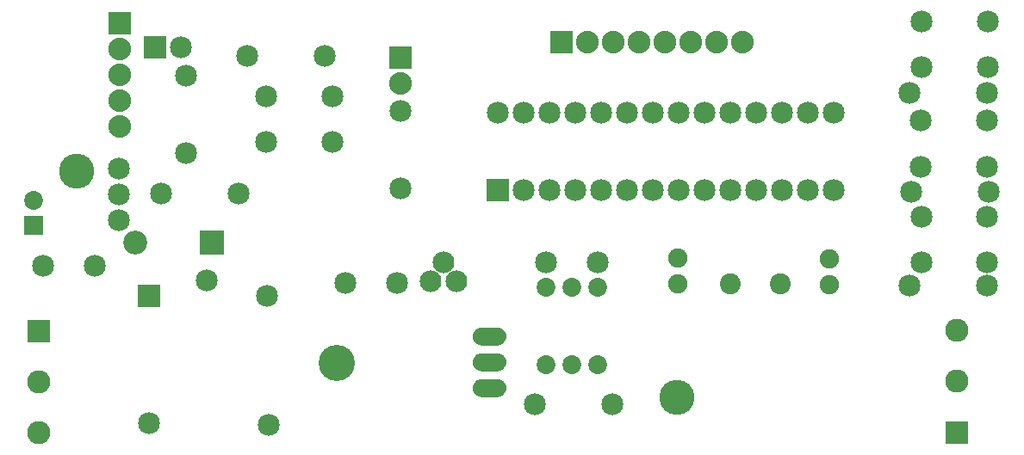
<source format=gbs>
G04 MADE WITH FRITZING*
G04 WWW.FRITZING.ORG*
G04 DOUBLE SIDED*
G04 HOLES PLATED*
G04 CONTOUR ON CENTER OF CONTOUR VECTOR*
%ASAXBY*%
%FSLAX23Y23*%
%MOIN*%
%OFA0B0*%
%SFA1.0B1.0*%
%ADD10C,0.085000*%
%ADD11C,0.135984*%
%ADD12C,0.092000*%
%ADD13C,0.088000*%
%ADD14C,0.072992*%
%ADD15C,0.084000*%
%ADD16C,0.073000*%
%ADD17C,0.080925*%
%ADD18C,0.080866*%
%ADD19C,0.075000*%
%ADD20C,0.070000*%
%ADD21C,0.140000*%
%ADD22C,0.090000*%
%ADD23R,0.085000X0.085000*%
%ADD24R,0.092000X0.092000*%
%ADD25R,0.088000X0.088000*%
%ADD26R,0.072992X0.072992*%
%ADD27R,0.090000X0.090000*%
%ADD28R,0.001000X0.001000*%
%LNMASK0*%
G90*
G70*
G54D10*
X613Y645D03*
X613Y151D03*
X1074Y145D03*
X835Y706D03*
X1069Y645D03*
X634Y1607D03*
X734Y1607D03*
G54D11*
X332Y1128D03*
X2656Y252D03*
G54D12*
X855Y852D03*
X557Y852D03*
G54D10*
X756Y1199D03*
X756Y1499D03*
G54D13*
X1584Y1569D03*
X1584Y1469D03*
G54D10*
X1586Y1061D03*
X1586Y1361D03*
X1322Y1241D03*
X1066Y1241D03*
X1322Y1418D03*
X1066Y1418D03*
G54D13*
X500Y1702D03*
X500Y1602D03*
X500Y1502D03*
X500Y1402D03*
X500Y1302D03*
G54D10*
X993Y1573D03*
X1293Y1573D03*
X3556Y1430D03*
X3856Y1430D03*
X3562Y1049D03*
X3862Y1049D03*
X3556Y683D03*
X3856Y683D03*
X496Y939D03*
X496Y1039D03*
X496Y1139D03*
X659Y1041D03*
X959Y1041D03*
X1373Y695D03*
X1573Y695D03*
X2147Y776D03*
X2347Y776D03*
X203Y760D03*
X403Y760D03*
G54D14*
X166Y917D03*
X166Y1016D03*
G54D15*
X1802Y700D03*
X1752Y775D03*
X1702Y700D03*
G54D13*
X2209Y1627D03*
X2309Y1627D03*
X2409Y1627D03*
X2509Y1627D03*
X2609Y1627D03*
X2709Y1627D03*
X2809Y1627D03*
X2909Y1627D03*
X2209Y1627D03*
X2309Y1627D03*
X2409Y1627D03*
X2509Y1627D03*
X2609Y1627D03*
X2709Y1627D03*
X2809Y1627D03*
X2909Y1627D03*
G54D10*
X3856Y774D03*
X3601Y774D03*
X3856Y951D03*
X3601Y951D03*
X3855Y1146D03*
X3600Y1146D03*
X3855Y1323D03*
X3600Y1323D03*
X3857Y1530D03*
X3601Y1530D03*
X3857Y1707D03*
X3601Y1707D03*
G54D16*
X2349Y679D03*
X2249Y679D03*
X2149Y679D03*
X2149Y379D03*
X2249Y379D03*
X2349Y379D03*
G54D10*
X2106Y226D03*
X2406Y226D03*
X1961Y1054D03*
X1961Y1354D03*
X2061Y1054D03*
X2061Y1354D03*
X2161Y1054D03*
X2161Y1354D03*
X2261Y1054D03*
X2261Y1354D03*
X2361Y1054D03*
X2361Y1354D03*
X2461Y1054D03*
X2461Y1354D03*
X2561Y1054D03*
X2561Y1354D03*
X2661Y1054D03*
X2661Y1354D03*
X2761Y1054D03*
X2761Y1354D03*
X2861Y1054D03*
X2861Y1354D03*
X2961Y1054D03*
X2961Y1354D03*
X3061Y1054D03*
X3061Y1354D03*
X3161Y1054D03*
X3161Y1354D03*
X3261Y1054D03*
X3261Y1354D03*
G54D17*
X3055Y691D03*
G54D18*
X2862Y691D03*
G54D19*
X3246Y789D03*
X3246Y689D03*
X2658Y791D03*
X2658Y691D03*
G54D20*
X1930Y286D03*
X1930Y386D03*
X1930Y486D03*
G54D21*
X1340Y386D03*
G54D22*
X185Y509D03*
X185Y312D03*
X185Y115D03*
X3740Y116D03*
X3740Y313D03*
X3740Y510D03*
G54D23*
X613Y644D03*
X634Y1607D03*
G54D24*
X856Y852D03*
G54D25*
X1584Y1569D03*
X500Y1702D03*
G54D26*
X166Y917D03*
G54D25*
X2209Y1627D03*
X2209Y1627D03*
G54D23*
X1961Y1054D03*
G54D27*
X185Y509D03*
X3740Y116D03*
G54D28*
X1895Y522D02*
X1964Y522D01*
X1891Y521D02*
X1969Y521D01*
X1888Y520D02*
X1971Y520D01*
X1886Y519D02*
X1974Y519D01*
X1884Y518D02*
X1976Y518D01*
X1882Y517D02*
X1977Y517D01*
X1881Y516D02*
X1979Y516D01*
X1879Y515D02*
X1980Y515D01*
X1878Y514D02*
X1981Y514D01*
X1877Y513D02*
X1982Y513D01*
X1876Y512D02*
X1984Y512D01*
X1875Y511D02*
X1985Y511D01*
X1874Y510D02*
X1985Y510D01*
X1873Y509D02*
X1986Y509D01*
X1872Y508D02*
X1987Y508D01*
X1872Y507D02*
X1988Y507D01*
X1871Y506D02*
X1988Y506D01*
X1870Y505D02*
X1989Y505D01*
X1870Y504D02*
X1990Y504D01*
X1869Y503D02*
X1990Y503D01*
X1869Y502D02*
X1925Y502D01*
X1934Y502D02*
X1991Y502D01*
X1868Y501D02*
X1922Y501D01*
X1937Y501D02*
X1991Y501D01*
X1868Y500D02*
X1920Y500D01*
X1939Y500D02*
X1992Y500D01*
X1867Y499D02*
X1919Y499D01*
X1940Y499D02*
X1992Y499D01*
X1867Y498D02*
X1918Y498D01*
X1941Y498D02*
X1992Y498D01*
X1867Y497D02*
X1917Y497D01*
X1942Y497D02*
X1993Y497D01*
X1866Y496D02*
X1916Y496D01*
X1943Y496D02*
X1993Y496D01*
X1866Y495D02*
X1916Y495D01*
X1943Y495D02*
X1993Y495D01*
X1866Y494D02*
X1915Y494D01*
X1944Y494D02*
X1993Y494D01*
X1866Y493D02*
X1915Y493D01*
X1944Y493D02*
X1994Y493D01*
X1866Y492D02*
X1915Y492D01*
X1945Y492D02*
X1994Y492D01*
X1865Y491D02*
X1915Y491D01*
X1945Y491D02*
X1994Y491D01*
X1865Y490D02*
X1914Y490D01*
X1945Y490D02*
X1994Y490D01*
X1865Y489D02*
X1914Y489D01*
X1945Y489D02*
X1994Y489D01*
X1865Y488D02*
X1914Y488D01*
X1945Y488D02*
X1994Y488D01*
X1865Y487D02*
X1914Y487D01*
X1945Y487D02*
X1994Y487D01*
X1865Y486D02*
X1914Y486D01*
X1945Y486D02*
X1994Y486D01*
X1865Y485D02*
X1914Y485D01*
X1945Y485D02*
X1994Y485D01*
X1865Y484D02*
X1915Y484D01*
X1945Y484D02*
X1994Y484D01*
X1866Y483D02*
X1915Y483D01*
X1945Y483D02*
X1994Y483D01*
X1866Y482D02*
X1915Y482D01*
X1944Y482D02*
X1994Y482D01*
X1866Y481D02*
X1915Y481D01*
X1944Y481D02*
X1993Y481D01*
X1866Y480D02*
X1916Y480D01*
X1943Y480D02*
X1993Y480D01*
X1866Y479D02*
X1916Y479D01*
X1943Y479D02*
X1993Y479D01*
X1867Y478D02*
X1917Y478D01*
X1942Y478D02*
X1993Y478D01*
X1867Y477D02*
X1918Y477D01*
X1941Y477D02*
X1992Y477D01*
X1867Y476D02*
X1919Y476D01*
X1940Y476D02*
X1992Y476D01*
X1868Y475D02*
X1920Y475D01*
X1939Y475D02*
X1992Y475D01*
X1868Y474D02*
X1922Y474D01*
X1937Y474D02*
X1991Y474D01*
X1869Y473D02*
X1925Y473D01*
X1934Y473D02*
X1991Y473D01*
X1869Y472D02*
X1990Y472D01*
X1870Y471D02*
X1990Y471D01*
X1870Y470D02*
X1989Y470D01*
X1871Y469D02*
X1988Y469D01*
X1871Y468D02*
X1988Y468D01*
X1872Y467D02*
X1987Y467D01*
X1873Y466D02*
X1986Y466D01*
X1874Y465D02*
X1986Y465D01*
X1875Y464D02*
X1985Y464D01*
X1876Y463D02*
X1984Y463D01*
X1877Y462D02*
X1983Y462D01*
X1878Y461D02*
X1981Y461D01*
X1879Y460D02*
X1980Y460D01*
X1880Y459D02*
X1979Y459D01*
X1882Y458D02*
X1977Y458D01*
X1884Y457D02*
X1976Y457D01*
X1885Y456D02*
X1974Y456D01*
X1888Y455D02*
X1972Y455D01*
X1890Y454D02*
X1969Y454D01*
X1895Y453D02*
X1965Y453D01*
X1895Y422D02*
X1964Y422D01*
X1891Y421D02*
X1969Y421D01*
X1888Y420D02*
X1972Y420D01*
X1886Y419D02*
X1974Y419D01*
X1884Y418D02*
X1976Y418D01*
X1882Y417D02*
X1977Y417D01*
X1880Y416D02*
X1979Y416D01*
X1879Y415D02*
X1980Y415D01*
X1878Y414D02*
X1981Y414D01*
X1877Y413D02*
X1983Y413D01*
X1876Y412D02*
X1984Y412D01*
X1875Y411D02*
X1985Y411D01*
X1874Y410D02*
X1985Y410D01*
X1873Y409D02*
X1986Y409D01*
X1872Y408D02*
X1987Y408D01*
X1872Y407D02*
X1988Y407D01*
X1871Y406D02*
X1988Y406D01*
X1870Y405D02*
X1989Y405D01*
X1870Y404D02*
X1990Y404D01*
X1869Y403D02*
X1990Y403D01*
X1869Y402D02*
X1925Y402D01*
X1934Y402D02*
X1991Y402D01*
X1868Y401D02*
X1922Y401D01*
X1937Y401D02*
X1991Y401D01*
X1868Y400D02*
X1920Y400D01*
X1939Y400D02*
X1992Y400D01*
X1867Y399D02*
X1919Y399D01*
X1940Y399D02*
X1992Y399D01*
X1867Y398D02*
X1918Y398D01*
X1941Y398D02*
X1992Y398D01*
X1867Y397D02*
X1917Y397D01*
X1942Y397D02*
X1993Y397D01*
X1866Y396D02*
X1916Y396D01*
X1943Y396D02*
X1993Y396D01*
X1866Y395D02*
X1916Y395D01*
X1943Y395D02*
X1993Y395D01*
X1866Y394D02*
X1915Y394D01*
X1944Y394D02*
X1993Y394D01*
X1866Y393D02*
X1915Y393D01*
X1944Y393D02*
X1994Y393D01*
X1866Y392D02*
X1915Y392D01*
X1945Y392D02*
X1994Y392D01*
X1865Y391D02*
X1915Y391D01*
X1945Y391D02*
X1994Y391D01*
X1865Y390D02*
X1914Y390D01*
X1945Y390D02*
X1994Y390D01*
X1865Y389D02*
X1914Y389D01*
X1945Y389D02*
X1994Y389D01*
X1865Y388D02*
X1914Y388D01*
X1945Y388D02*
X1994Y388D01*
X1865Y387D02*
X1914Y387D01*
X1945Y387D02*
X1994Y387D01*
X1865Y386D02*
X1914Y386D01*
X1945Y386D02*
X1994Y386D01*
X1865Y385D02*
X1914Y385D01*
X1945Y385D02*
X1994Y385D01*
X1865Y384D02*
X1915Y384D01*
X1945Y384D02*
X1994Y384D01*
X1866Y383D02*
X1915Y383D01*
X1945Y383D02*
X1994Y383D01*
X1866Y382D02*
X1915Y382D01*
X1944Y382D02*
X1994Y382D01*
X1866Y381D02*
X1915Y381D01*
X1944Y381D02*
X1993Y381D01*
X1866Y380D02*
X1916Y380D01*
X1943Y380D02*
X1993Y380D01*
X1866Y379D02*
X1916Y379D01*
X1943Y379D02*
X1993Y379D01*
X1867Y378D02*
X1917Y378D01*
X1942Y378D02*
X1993Y378D01*
X1867Y377D02*
X1918Y377D01*
X1941Y377D02*
X1992Y377D01*
X1867Y376D02*
X1919Y376D01*
X1940Y376D02*
X1992Y376D01*
X1868Y375D02*
X1920Y375D01*
X1939Y375D02*
X1992Y375D01*
X1868Y374D02*
X1922Y374D01*
X1937Y374D02*
X1991Y374D01*
X1869Y373D02*
X1925Y373D01*
X1934Y373D02*
X1991Y373D01*
X1869Y372D02*
X1990Y372D01*
X1870Y371D02*
X1990Y371D01*
X1870Y370D02*
X1989Y370D01*
X1871Y369D02*
X1988Y369D01*
X1872Y368D02*
X1988Y368D01*
X1872Y367D02*
X1987Y367D01*
X1873Y366D02*
X1986Y366D01*
X1874Y365D02*
X1985Y365D01*
X1875Y364D02*
X1985Y364D01*
X1876Y363D02*
X1984Y363D01*
X1877Y362D02*
X1983Y362D01*
X1878Y361D02*
X1981Y361D01*
X1879Y360D02*
X1980Y360D01*
X1880Y359D02*
X1979Y359D01*
X1882Y358D02*
X1977Y358D01*
X1884Y357D02*
X1976Y357D01*
X1886Y356D02*
X1974Y356D01*
X1888Y355D02*
X1972Y355D01*
X1891Y354D02*
X1969Y354D01*
X1895Y353D02*
X1964Y353D01*
X1895Y322D02*
X1965Y322D01*
X1890Y321D02*
X1969Y321D01*
X1888Y320D02*
X1972Y320D01*
X1885Y319D02*
X1974Y319D01*
X1884Y318D02*
X1976Y318D01*
X1882Y317D02*
X1977Y317D01*
X1880Y316D02*
X1979Y316D01*
X1879Y315D02*
X1980Y315D01*
X1878Y314D02*
X1981Y314D01*
X1877Y313D02*
X1983Y313D01*
X1876Y312D02*
X1984Y312D01*
X1875Y311D02*
X1985Y311D01*
X1874Y310D02*
X1985Y310D01*
X1873Y309D02*
X1986Y309D01*
X1872Y308D02*
X1987Y308D01*
X1871Y307D02*
X1988Y307D01*
X1871Y306D02*
X1988Y306D01*
X1870Y305D02*
X1989Y305D01*
X1870Y304D02*
X1990Y304D01*
X1869Y303D02*
X1990Y303D01*
X1869Y302D02*
X1925Y302D01*
X1934Y302D02*
X1991Y302D01*
X1868Y301D02*
X1922Y301D01*
X1937Y301D02*
X1991Y301D01*
X1868Y300D02*
X1920Y300D01*
X1939Y300D02*
X1992Y300D01*
X1867Y299D02*
X1919Y299D01*
X1940Y299D02*
X1992Y299D01*
X1867Y298D02*
X1918Y298D01*
X1941Y298D02*
X1992Y298D01*
X1867Y297D02*
X1917Y297D01*
X1942Y297D02*
X1993Y297D01*
X1866Y296D02*
X1916Y296D01*
X1943Y296D02*
X1993Y296D01*
X1866Y295D02*
X1916Y295D01*
X1943Y295D02*
X1993Y295D01*
X1866Y294D02*
X1915Y294D01*
X1944Y294D02*
X1993Y294D01*
X1866Y293D02*
X1915Y293D01*
X1944Y293D02*
X1994Y293D01*
X1866Y292D02*
X1915Y292D01*
X1945Y292D02*
X1994Y292D01*
X1865Y291D02*
X1915Y291D01*
X1945Y291D02*
X1994Y291D01*
X1865Y290D02*
X1914Y290D01*
X1945Y290D02*
X1994Y290D01*
X1865Y289D02*
X1914Y289D01*
X1945Y289D02*
X1994Y289D01*
X1865Y288D02*
X1914Y288D01*
X1945Y288D02*
X1994Y288D01*
X1865Y287D02*
X1914Y287D01*
X1945Y287D02*
X1994Y287D01*
X1865Y286D02*
X1914Y286D01*
X1945Y286D02*
X1994Y286D01*
X1865Y285D02*
X1914Y285D01*
X1945Y285D02*
X1994Y285D01*
X1865Y284D02*
X1915Y284D01*
X1945Y284D02*
X1994Y284D01*
X1866Y283D02*
X1915Y283D01*
X1945Y283D02*
X1994Y283D01*
X1866Y282D02*
X1915Y282D01*
X1944Y282D02*
X1994Y282D01*
X1866Y281D02*
X1915Y281D01*
X1944Y281D02*
X1993Y281D01*
X1866Y280D02*
X1916Y280D01*
X1943Y280D02*
X1993Y280D01*
X1866Y279D02*
X1916Y279D01*
X1943Y279D02*
X1993Y279D01*
X1867Y278D02*
X1917Y278D01*
X1942Y278D02*
X1993Y278D01*
X1867Y277D02*
X1918Y277D01*
X1941Y277D02*
X1992Y277D01*
X1867Y276D02*
X1919Y276D01*
X1940Y276D02*
X1992Y276D01*
X1868Y275D02*
X1920Y275D01*
X1939Y275D02*
X1992Y275D01*
X1868Y274D02*
X1922Y274D01*
X1937Y274D02*
X1991Y274D01*
X1869Y273D02*
X1925Y273D01*
X1934Y273D02*
X1991Y273D01*
X1869Y272D02*
X1990Y272D01*
X1870Y271D02*
X1990Y271D01*
X1870Y270D02*
X1989Y270D01*
X1871Y269D02*
X1988Y269D01*
X1872Y268D02*
X1988Y268D01*
X1872Y267D02*
X1987Y267D01*
X1873Y266D02*
X1986Y266D01*
X1874Y265D02*
X1985Y265D01*
X1875Y264D02*
X1985Y264D01*
X1876Y263D02*
X1984Y263D01*
X1877Y262D02*
X1983Y262D01*
X1878Y261D02*
X1981Y261D01*
X1879Y260D02*
X1980Y260D01*
X1881Y259D02*
X1979Y259D01*
X1882Y258D02*
X1977Y258D01*
X1884Y257D02*
X1976Y257D01*
X1886Y256D02*
X1974Y256D01*
X1888Y255D02*
X1971Y255D01*
X1891Y254D02*
X1969Y254D01*
X1895Y253D02*
X1964Y253D01*
D02*
G04 End of Mask0*
M02*
</source>
